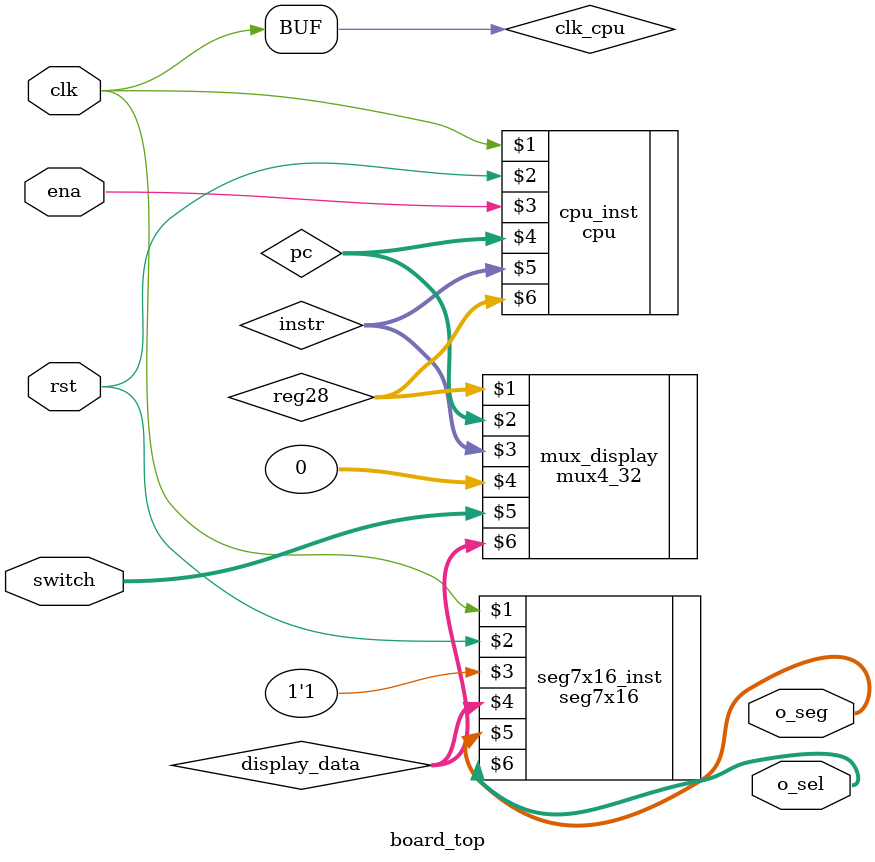
<source format=v>

`timescale 1ns / 1ps

module board_top(
    input           clk,
    input           rst,
    input           ena,
    input  [1:0]    switch,
    output [7:0]    o_seg,
    output [7:0]    o_sel
    );

    wire [31:0] display_data;
    wire [31:0] pc, instr;
    wire [31:0] reg28;

    wire        clk_cpu;
    reg [20:0]  clk_div;

    always@(posedge clk)
        clk_div = clk_div + 1;
    
    // assign clk_cpu = clk_div[19];       // 下板时用于分频
    assign clk_cpu = clk;               // 仿真时直接使用

    mux4_32 mux_display(reg28, pc, instr, 32'b0, switch, display_data);

    seg7x16 seg7x16_inst(clk, rst, 1'b1, display_data, o_seg, o_sel);

    cpu cpu_inst(clk_cpu, rst, ena, pc, instr, reg28);

endmodule

</source>
